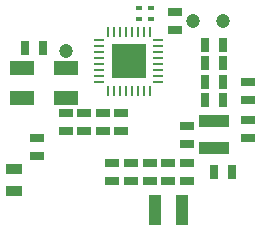
<source format=gtp>
G04 #@! TF.FileFunction,Paste,Top*
%FSLAX46Y46*%
G04 Gerber Fmt 4.6, Leading zero omitted, Abs format (unit mm)*
G04 Created by KiCad (PCBNEW 4.0.2+dfsg1-stable) date jeu. 05 avril 2018 11:17:12 CEST*
%MOMM*%
G01*
G04 APERTURE LIST*
%ADD10C,0.100000*%
%ADD11R,1.143000X0.635000*%
%ADD12R,0.635000X1.143000*%
%ADD13R,0.850900X0.279400*%
%ADD14R,0.279400X0.850900*%
%ADD15R,2.999740X2.999740*%
%ADD16R,1.020000X2.540000*%
%ADD17R,2.540000X1.020000*%
%ADD18C,1.198880*%
%ADD19R,1.397000X0.889000*%
%ADD20R,0.599440X0.398780*%
%ADD21R,2.000000X1.198880*%
G04 APERTURE END LIST*
D10*
D11*
X148704300Y-110172500D03*
X148704300Y-108648500D03*
X150279100Y-110172500D03*
X150279100Y-108648500D03*
X153428700Y-110172500D03*
X153428700Y-108648500D03*
X151853900Y-108648500D03*
X151853900Y-110172500D03*
D12*
X155714700Y-109410500D03*
X157238700Y-109410500D03*
D11*
X153428700Y-105460800D03*
X153428700Y-106984800D03*
D12*
X156489400Y-103301800D03*
X154965400Y-103301800D03*
X154965400Y-101752400D03*
X156489400Y-101752400D03*
D11*
X158546800Y-103289100D03*
X158546800Y-101765100D03*
X158546800Y-105003600D03*
X158546800Y-106527600D03*
D12*
X154965400Y-98653600D03*
X156489400Y-98653600D03*
X154965400Y-100203000D03*
X156489400Y-100203000D03*
D11*
X143192500Y-104432100D03*
X143192500Y-105956100D03*
X144741900Y-104432100D03*
X144741900Y-105956100D03*
X147066000Y-108648500D03*
X147066000Y-110172500D03*
X147840700Y-104432100D03*
X147840700Y-105956100D03*
D13*
X150999360Y-98249940D03*
D14*
X150250060Y-97500640D03*
D13*
X146000640Y-98249940D03*
X146000640Y-98750320D03*
X146000640Y-99250700D03*
X146000640Y-99751080D03*
X146000640Y-100749300D03*
X146000640Y-101249680D03*
D14*
X148748920Y-102499360D03*
D13*
X146000640Y-101750060D03*
D14*
X146749940Y-102499360D03*
X147250320Y-102499360D03*
X147750700Y-102499360D03*
X148251080Y-102499360D03*
X149249300Y-102499360D03*
X149749680Y-102499360D03*
X150250060Y-102499360D03*
D13*
X150999360Y-101750060D03*
X150999360Y-101249680D03*
X150999360Y-100749300D03*
X150999360Y-100248920D03*
X150999360Y-99751080D03*
X150999360Y-99250700D03*
X150999360Y-98750320D03*
D15*
X148500000Y-100000000D03*
D13*
X146000640Y-100248920D03*
D14*
X146749940Y-97500640D03*
X147250320Y-97500640D03*
X147750700Y-97500640D03*
X148251080Y-97500640D03*
X148748920Y-97500640D03*
X149249300Y-97500640D03*
X149749680Y-97500640D03*
D11*
X152410000Y-97382000D03*
X152410000Y-95858000D03*
D16*
X150708900Y-112649000D03*
X152998900Y-112649000D03*
D17*
X155727400Y-107367800D03*
X155727400Y-105077800D03*
D18*
X153949400Y-96608900D03*
X156489400Y-96608900D03*
D11*
X146291300Y-104432100D03*
X146291300Y-105956100D03*
D19*
X138813700Y-111029500D03*
X138813700Y-109124500D03*
D11*
X140741400Y-108026200D03*
X140741400Y-106502200D03*
D12*
X139708000Y-98900000D03*
X141232000Y-98900000D03*
D20*
X150406100Y-96410780D03*
X150406100Y-95511620D03*
D18*
X143180000Y-99180000D03*
D21*
X139475600Y-103104000D03*
X143175600Y-103104000D03*
X143175600Y-100604000D03*
X139475600Y-100604000D03*
D20*
X149390100Y-95511620D03*
X149390100Y-96410780D03*
M02*

</source>
